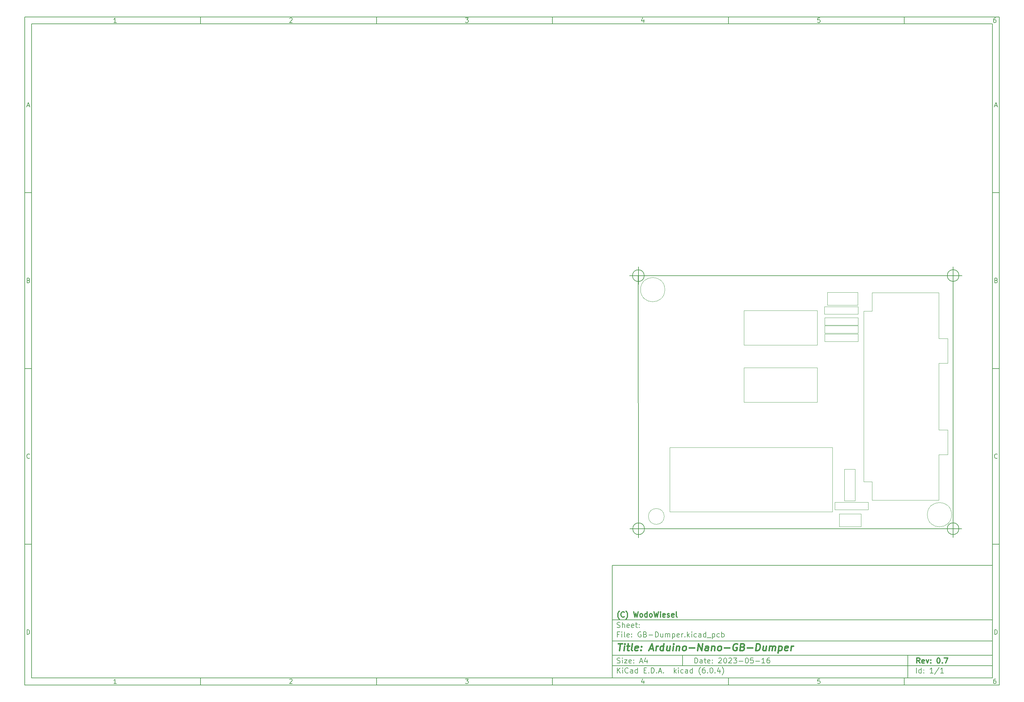
<source format=gbr>
%TF.GenerationSoftware,KiCad,Pcbnew,(6.0.4)*%
%TF.CreationDate,2023-10-13T20:42:48+02:00*%
%TF.ProjectId,GB-Dumper,47422d44-756d-4706-9572-2e6b69636164,0.7*%
%TF.SameCoordinates,Original*%
%TF.FileFunction,Other,User*%
%FSLAX46Y46*%
G04 Gerber Fmt 4.6, Leading zero omitted, Abs format (unit mm)*
G04 Created by KiCad (PCBNEW (6.0.4)) date 2023-10-13 20:42:48*
%MOMM*%
%LPD*%
G01*
G04 APERTURE LIST*
%ADD10C,0.100000*%
%ADD11C,0.150000*%
%ADD12C,0.300000*%
%ADD13C,0.400000*%
%TA.AperFunction,Profile*%
%ADD14C,0.150000*%
%TD*%
%ADD15C,0.050000*%
G04 APERTURE END LIST*
D10*
D11*
X177002200Y-166007200D02*
X177002200Y-198007200D01*
X285002200Y-198007200D01*
X285002200Y-166007200D01*
X177002200Y-166007200D01*
D10*
D11*
X10000000Y-10000000D02*
X10000000Y-200007200D01*
X287002200Y-200007200D01*
X287002200Y-10000000D01*
X10000000Y-10000000D01*
D10*
D11*
X12000000Y-12000000D02*
X12000000Y-198007200D01*
X285002200Y-198007200D01*
X285002200Y-12000000D01*
X12000000Y-12000000D01*
D10*
D11*
X60000000Y-12000000D02*
X60000000Y-10000000D01*
D10*
D11*
X110000000Y-12000000D02*
X110000000Y-10000000D01*
D10*
D11*
X160000000Y-12000000D02*
X160000000Y-10000000D01*
D10*
D11*
X210000000Y-12000000D02*
X210000000Y-10000000D01*
D10*
D11*
X260000000Y-12000000D02*
X260000000Y-10000000D01*
D10*
D11*
X36065476Y-11588095D02*
X35322619Y-11588095D01*
X35694047Y-11588095D02*
X35694047Y-10288095D01*
X35570238Y-10473809D01*
X35446428Y-10597619D01*
X35322619Y-10659523D01*
D10*
D11*
X85322619Y-10411904D02*
X85384523Y-10350000D01*
X85508333Y-10288095D01*
X85817857Y-10288095D01*
X85941666Y-10350000D01*
X86003571Y-10411904D01*
X86065476Y-10535714D01*
X86065476Y-10659523D01*
X86003571Y-10845238D01*
X85260714Y-11588095D01*
X86065476Y-11588095D01*
D10*
D11*
X135260714Y-10288095D02*
X136065476Y-10288095D01*
X135632142Y-10783333D01*
X135817857Y-10783333D01*
X135941666Y-10845238D01*
X136003571Y-10907142D01*
X136065476Y-11030952D01*
X136065476Y-11340476D01*
X136003571Y-11464285D01*
X135941666Y-11526190D01*
X135817857Y-11588095D01*
X135446428Y-11588095D01*
X135322619Y-11526190D01*
X135260714Y-11464285D01*
D10*
D11*
X185941666Y-10721428D02*
X185941666Y-11588095D01*
X185632142Y-10226190D02*
X185322619Y-11154761D01*
X186127380Y-11154761D01*
D10*
D11*
X236003571Y-10288095D02*
X235384523Y-10288095D01*
X235322619Y-10907142D01*
X235384523Y-10845238D01*
X235508333Y-10783333D01*
X235817857Y-10783333D01*
X235941666Y-10845238D01*
X236003571Y-10907142D01*
X236065476Y-11030952D01*
X236065476Y-11340476D01*
X236003571Y-11464285D01*
X235941666Y-11526190D01*
X235817857Y-11588095D01*
X235508333Y-11588095D01*
X235384523Y-11526190D01*
X235322619Y-11464285D01*
D10*
D11*
X285941666Y-10288095D02*
X285694047Y-10288095D01*
X285570238Y-10350000D01*
X285508333Y-10411904D01*
X285384523Y-10597619D01*
X285322619Y-10845238D01*
X285322619Y-11340476D01*
X285384523Y-11464285D01*
X285446428Y-11526190D01*
X285570238Y-11588095D01*
X285817857Y-11588095D01*
X285941666Y-11526190D01*
X286003571Y-11464285D01*
X286065476Y-11340476D01*
X286065476Y-11030952D01*
X286003571Y-10907142D01*
X285941666Y-10845238D01*
X285817857Y-10783333D01*
X285570238Y-10783333D01*
X285446428Y-10845238D01*
X285384523Y-10907142D01*
X285322619Y-11030952D01*
D10*
D11*
X60000000Y-198007200D02*
X60000000Y-200007200D01*
D10*
D11*
X110000000Y-198007200D02*
X110000000Y-200007200D01*
D10*
D11*
X160000000Y-198007200D02*
X160000000Y-200007200D01*
D10*
D11*
X210000000Y-198007200D02*
X210000000Y-200007200D01*
D10*
D11*
X260000000Y-198007200D02*
X260000000Y-200007200D01*
D10*
D11*
X36065476Y-199595295D02*
X35322619Y-199595295D01*
X35694047Y-199595295D02*
X35694047Y-198295295D01*
X35570238Y-198481009D01*
X35446428Y-198604819D01*
X35322619Y-198666723D01*
D10*
D11*
X85322619Y-198419104D02*
X85384523Y-198357200D01*
X85508333Y-198295295D01*
X85817857Y-198295295D01*
X85941666Y-198357200D01*
X86003571Y-198419104D01*
X86065476Y-198542914D01*
X86065476Y-198666723D01*
X86003571Y-198852438D01*
X85260714Y-199595295D01*
X86065476Y-199595295D01*
D10*
D11*
X135260714Y-198295295D02*
X136065476Y-198295295D01*
X135632142Y-198790533D01*
X135817857Y-198790533D01*
X135941666Y-198852438D01*
X136003571Y-198914342D01*
X136065476Y-199038152D01*
X136065476Y-199347676D01*
X136003571Y-199471485D01*
X135941666Y-199533390D01*
X135817857Y-199595295D01*
X135446428Y-199595295D01*
X135322619Y-199533390D01*
X135260714Y-199471485D01*
D10*
D11*
X185941666Y-198728628D02*
X185941666Y-199595295D01*
X185632142Y-198233390D02*
X185322619Y-199161961D01*
X186127380Y-199161961D01*
D10*
D11*
X236003571Y-198295295D02*
X235384523Y-198295295D01*
X235322619Y-198914342D01*
X235384523Y-198852438D01*
X235508333Y-198790533D01*
X235817857Y-198790533D01*
X235941666Y-198852438D01*
X236003571Y-198914342D01*
X236065476Y-199038152D01*
X236065476Y-199347676D01*
X236003571Y-199471485D01*
X235941666Y-199533390D01*
X235817857Y-199595295D01*
X235508333Y-199595295D01*
X235384523Y-199533390D01*
X235322619Y-199471485D01*
D10*
D11*
X285941666Y-198295295D02*
X285694047Y-198295295D01*
X285570238Y-198357200D01*
X285508333Y-198419104D01*
X285384523Y-198604819D01*
X285322619Y-198852438D01*
X285322619Y-199347676D01*
X285384523Y-199471485D01*
X285446428Y-199533390D01*
X285570238Y-199595295D01*
X285817857Y-199595295D01*
X285941666Y-199533390D01*
X286003571Y-199471485D01*
X286065476Y-199347676D01*
X286065476Y-199038152D01*
X286003571Y-198914342D01*
X285941666Y-198852438D01*
X285817857Y-198790533D01*
X285570238Y-198790533D01*
X285446428Y-198852438D01*
X285384523Y-198914342D01*
X285322619Y-199038152D01*
D10*
D11*
X10000000Y-60000000D02*
X12000000Y-60000000D01*
D10*
D11*
X10000000Y-110000000D02*
X12000000Y-110000000D01*
D10*
D11*
X10000000Y-160000000D02*
X12000000Y-160000000D01*
D10*
D11*
X10690476Y-35216666D02*
X11309523Y-35216666D01*
X10566666Y-35588095D02*
X11000000Y-34288095D01*
X11433333Y-35588095D01*
D10*
D11*
X11092857Y-84907142D02*
X11278571Y-84969047D01*
X11340476Y-85030952D01*
X11402380Y-85154761D01*
X11402380Y-85340476D01*
X11340476Y-85464285D01*
X11278571Y-85526190D01*
X11154761Y-85588095D01*
X10659523Y-85588095D01*
X10659523Y-84288095D01*
X11092857Y-84288095D01*
X11216666Y-84350000D01*
X11278571Y-84411904D01*
X11340476Y-84535714D01*
X11340476Y-84659523D01*
X11278571Y-84783333D01*
X11216666Y-84845238D01*
X11092857Y-84907142D01*
X10659523Y-84907142D01*
D10*
D11*
X11402380Y-135464285D02*
X11340476Y-135526190D01*
X11154761Y-135588095D01*
X11030952Y-135588095D01*
X10845238Y-135526190D01*
X10721428Y-135402380D01*
X10659523Y-135278571D01*
X10597619Y-135030952D01*
X10597619Y-134845238D01*
X10659523Y-134597619D01*
X10721428Y-134473809D01*
X10845238Y-134350000D01*
X11030952Y-134288095D01*
X11154761Y-134288095D01*
X11340476Y-134350000D01*
X11402380Y-134411904D01*
D10*
D11*
X10659523Y-185588095D02*
X10659523Y-184288095D01*
X10969047Y-184288095D01*
X11154761Y-184350000D01*
X11278571Y-184473809D01*
X11340476Y-184597619D01*
X11402380Y-184845238D01*
X11402380Y-185030952D01*
X11340476Y-185278571D01*
X11278571Y-185402380D01*
X11154761Y-185526190D01*
X10969047Y-185588095D01*
X10659523Y-185588095D01*
D10*
D11*
X287002200Y-60000000D02*
X285002200Y-60000000D01*
D10*
D11*
X287002200Y-110000000D02*
X285002200Y-110000000D01*
D10*
D11*
X287002200Y-160000000D02*
X285002200Y-160000000D01*
D10*
D11*
X285692676Y-35216666D02*
X286311723Y-35216666D01*
X285568866Y-35588095D02*
X286002200Y-34288095D01*
X286435533Y-35588095D01*
D10*
D11*
X286095057Y-84907142D02*
X286280771Y-84969047D01*
X286342676Y-85030952D01*
X286404580Y-85154761D01*
X286404580Y-85340476D01*
X286342676Y-85464285D01*
X286280771Y-85526190D01*
X286156961Y-85588095D01*
X285661723Y-85588095D01*
X285661723Y-84288095D01*
X286095057Y-84288095D01*
X286218866Y-84350000D01*
X286280771Y-84411904D01*
X286342676Y-84535714D01*
X286342676Y-84659523D01*
X286280771Y-84783333D01*
X286218866Y-84845238D01*
X286095057Y-84907142D01*
X285661723Y-84907142D01*
D10*
D11*
X286404580Y-135464285D02*
X286342676Y-135526190D01*
X286156961Y-135588095D01*
X286033152Y-135588095D01*
X285847438Y-135526190D01*
X285723628Y-135402380D01*
X285661723Y-135278571D01*
X285599819Y-135030952D01*
X285599819Y-134845238D01*
X285661723Y-134597619D01*
X285723628Y-134473809D01*
X285847438Y-134350000D01*
X286033152Y-134288095D01*
X286156961Y-134288095D01*
X286342676Y-134350000D01*
X286404580Y-134411904D01*
D10*
D11*
X285661723Y-185588095D02*
X285661723Y-184288095D01*
X285971247Y-184288095D01*
X286156961Y-184350000D01*
X286280771Y-184473809D01*
X286342676Y-184597619D01*
X286404580Y-184845238D01*
X286404580Y-185030952D01*
X286342676Y-185278571D01*
X286280771Y-185402380D01*
X286156961Y-185526190D01*
X285971247Y-185588095D01*
X285661723Y-185588095D01*
D10*
D11*
X200434342Y-193785771D02*
X200434342Y-192285771D01*
X200791485Y-192285771D01*
X201005771Y-192357200D01*
X201148628Y-192500057D01*
X201220057Y-192642914D01*
X201291485Y-192928628D01*
X201291485Y-193142914D01*
X201220057Y-193428628D01*
X201148628Y-193571485D01*
X201005771Y-193714342D01*
X200791485Y-193785771D01*
X200434342Y-193785771D01*
X202577200Y-193785771D02*
X202577200Y-193000057D01*
X202505771Y-192857200D01*
X202362914Y-192785771D01*
X202077200Y-192785771D01*
X201934342Y-192857200D01*
X202577200Y-193714342D02*
X202434342Y-193785771D01*
X202077200Y-193785771D01*
X201934342Y-193714342D01*
X201862914Y-193571485D01*
X201862914Y-193428628D01*
X201934342Y-193285771D01*
X202077200Y-193214342D01*
X202434342Y-193214342D01*
X202577200Y-193142914D01*
X203077200Y-192785771D02*
X203648628Y-192785771D01*
X203291485Y-192285771D02*
X203291485Y-193571485D01*
X203362914Y-193714342D01*
X203505771Y-193785771D01*
X203648628Y-193785771D01*
X204720057Y-193714342D02*
X204577200Y-193785771D01*
X204291485Y-193785771D01*
X204148628Y-193714342D01*
X204077200Y-193571485D01*
X204077200Y-193000057D01*
X204148628Y-192857200D01*
X204291485Y-192785771D01*
X204577200Y-192785771D01*
X204720057Y-192857200D01*
X204791485Y-193000057D01*
X204791485Y-193142914D01*
X204077200Y-193285771D01*
X205434342Y-193642914D02*
X205505771Y-193714342D01*
X205434342Y-193785771D01*
X205362914Y-193714342D01*
X205434342Y-193642914D01*
X205434342Y-193785771D01*
X205434342Y-192857200D02*
X205505771Y-192928628D01*
X205434342Y-193000057D01*
X205362914Y-192928628D01*
X205434342Y-192857200D01*
X205434342Y-193000057D01*
X207220057Y-192428628D02*
X207291485Y-192357200D01*
X207434342Y-192285771D01*
X207791485Y-192285771D01*
X207934342Y-192357200D01*
X208005771Y-192428628D01*
X208077200Y-192571485D01*
X208077200Y-192714342D01*
X208005771Y-192928628D01*
X207148628Y-193785771D01*
X208077200Y-193785771D01*
X209005771Y-192285771D02*
X209148628Y-192285771D01*
X209291485Y-192357200D01*
X209362914Y-192428628D01*
X209434342Y-192571485D01*
X209505771Y-192857200D01*
X209505771Y-193214342D01*
X209434342Y-193500057D01*
X209362914Y-193642914D01*
X209291485Y-193714342D01*
X209148628Y-193785771D01*
X209005771Y-193785771D01*
X208862914Y-193714342D01*
X208791485Y-193642914D01*
X208720057Y-193500057D01*
X208648628Y-193214342D01*
X208648628Y-192857200D01*
X208720057Y-192571485D01*
X208791485Y-192428628D01*
X208862914Y-192357200D01*
X209005771Y-192285771D01*
X210077200Y-192428628D02*
X210148628Y-192357200D01*
X210291485Y-192285771D01*
X210648628Y-192285771D01*
X210791485Y-192357200D01*
X210862914Y-192428628D01*
X210934342Y-192571485D01*
X210934342Y-192714342D01*
X210862914Y-192928628D01*
X210005771Y-193785771D01*
X210934342Y-193785771D01*
X211434342Y-192285771D02*
X212362914Y-192285771D01*
X211862914Y-192857200D01*
X212077200Y-192857200D01*
X212220057Y-192928628D01*
X212291485Y-193000057D01*
X212362914Y-193142914D01*
X212362914Y-193500057D01*
X212291485Y-193642914D01*
X212220057Y-193714342D01*
X212077200Y-193785771D01*
X211648628Y-193785771D01*
X211505771Y-193714342D01*
X211434342Y-193642914D01*
X213005771Y-193214342D02*
X214148628Y-193214342D01*
X215148628Y-192285771D02*
X215291485Y-192285771D01*
X215434342Y-192357200D01*
X215505771Y-192428628D01*
X215577200Y-192571485D01*
X215648628Y-192857200D01*
X215648628Y-193214342D01*
X215577200Y-193500057D01*
X215505771Y-193642914D01*
X215434342Y-193714342D01*
X215291485Y-193785771D01*
X215148628Y-193785771D01*
X215005771Y-193714342D01*
X214934342Y-193642914D01*
X214862914Y-193500057D01*
X214791485Y-193214342D01*
X214791485Y-192857200D01*
X214862914Y-192571485D01*
X214934342Y-192428628D01*
X215005771Y-192357200D01*
X215148628Y-192285771D01*
X217005771Y-192285771D02*
X216291485Y-192285771D01*
X216220057Y-193000057D01*
X216291485Y-192928628D01*
X216434342Y-192857200D01*
X216791485Y-192857200D01*
X216934342Y-192928628D01*
X217005771Y-193000057D01*
X217077200Y-193142914D01*
X217077200Y-193500057D01*
X217005771Y-193642914D01*
X216934342Y-193714342D01*
X216791485Y-193785771D01*
X216434342Y-193785771D01*
X216291485Y-193714342D01*
X216220057Y-193642914D01*
X217720057Y-193214342D02*
X218862914Y-193214342D01*
X220362914Y-193785771D02*
X219505771Y-193785771D01*
X219934342Y-193785771D02*
X219934342Y-192285771D01*
X219791485Y-192500057D01*
X219648628Y-192642914D01*
X219505771Y-192714342D01*
X221648628Y-192285771D02*
X221362914Y-192285771D01*
X221220057Y-192357200D01*
X221148628Y-192428628D01*
X221005771Y-192642914D01*
X220934342Y-192928628D01*
X220934342Y-193500057D01*
X221005771Y-193642914D01*
X221077200Y-193714342D01*
X221220057Y-193785771D01*
X221505771Y-193785771D01*
X221648628Y-193714342D01*
X221720057Y-193642914D01*
X221791485Y-193500057D01*
X221791485Y-193142914D01*
X221720057Y-193000057D01*
X221648628Y-192928628D01*
X221505771Y-192857200D01*
X221220057Y-192857200D01*
X221077200Y-192928628D01*
X221005771Y-193000057D01*
X220934342Y-193142914D01*
D10*
D11*
X177002200Y-194507200D02*
X285002200Y-194507200D01*
D10*
D11*
X178434342Y-196585771D02*
X178434342Y-195085771D01*
X179291485Y-196585771D02*
X178648628Y-195728628D01*
X179291485Y-195085771D02*
X178434342Y-195942914D01*
X179934342Y-196585771D02*
X179934342Y-195585771D01*
X179934342Y-195085771D02*
X179862914Y-195157200D01*
X179934342Y-195228628D01*
X180005771Y-195157200D01*
X179934342Y-195085771D01*
X179934342Y-195228628D01*
X181505771Y-196442914D02*
X181434342Y-196514342D01*
X181220057Y-196585771D01*
X181077200Y-196585771D01*
X180862914Y-196514342D01*
X180720057Y-196371485D01*
X180648628Y-196228628D01*
X180577200Y-195942914D01*
X180577200Y-195728628D01*
X180648628Y-195442914D01*
X180720057Y-195300057D01*
X180862914Y-195157200D01*
X181077200Y-195085771D01*
X181220057Y-195085771D01*
X181434342Y-195157200D01*
X181505771Y-195228628D01*
X182791485Y-196585771D02*
X182791485Y-195800057D01*
X182720057Y-195657200D01*
X182577200Y-195585771D01*
X182291485Y-195585771D01*
X182148628Y-195657200D01*
X182791485Y-196514342D02*
X182648628Y-196585771D01*
X182291485Y-196585771D01*
X182148628Y-196514342D01*
X182077200Y-196371485D01*
X182077200Y-196228628D01*
X182148628Y-196085771D01*
X182291485Y-196014342D01*
X182648628Y-196014342D01*
X182791485Y-195942914D01*
X184148628Y-196585771D02*
X184148628Y-195085771D01*
X184148628Y-196514342D02*
X184005771Y-196585771D01*
X183720057Y-196585771D01*
X183577200Y-196514342D01*
X183505771Y-196442914D01*
X183434342Y-196300057D01*
X183434342Y-195871485D01*
X183505771Y-195728628D01*
X183577200Y-195657200D01*
X183720057Y-195585771D01*
X184005771Y-195585771D01*
X184148628Y-195657200D01*
X186005771Y-195800057D02*
X186505771Y-195800057D01*
X186720057Y-196585771D02*
X186005771Y-196585771D01*
X186005771Y-195085771D01*
X186720057Y-195085771D01*
X187362914Y-196442914D02*
X187434342Y-196514342D01*
X187362914Y-196585771D01*
X187291485Y-196514342D01*
X187362914Y-196442914D01*
X187362914Y-196585771D01*
X188077200Y-196585771D02*
X188077200Y-195085771D01*
X188434342Y-195085771D01*
X188648628Y-195157200D01*
X188791485Y-195300057D01*
X188862914Y-195442914D01*
X188934342Y-195728628D01*
X188934342Y-195942914D01*
X188862914Y-196228628D01*
X188791485Y-196371485D01*
X188648628Y-196514342D01*
X188434342Y-196585771D01*
X188077200Y-196585771D01*
X189577200Y-196442914D02*
X189648628Y-196514342D01*
X189577200Y-196585771D01*
X189505771Y-196514342D01*
X189577200Y-196442914D01*
X189577200Y-196585771D01*
X190220057Y-196157200D02*
X190934342Y-196157200D01*
X190077200Y-196585771D02*
X190577200Y-195085771D01*
X191077200Y-196585771D01*
X191577200Y-196442914D02*
X191648628Y-196514342D01*
X191577200Y-196585771D01*
X191505771Y-196514342D01*
X191577200Y-196442914D01*
X191577200Y-196585771D01*
X194577200Y-196585771D02*
X194577200Y-195085771D01*
X194720057Y-196014342D02*
X195148628Y-196585771D01*
X195148628Y-195585771D02*
X194577200Y-196157200D01*
X195791485Y-196585771D02*
X195791485Y-195585771D01*
X195791485Y-195085771D02*
X195720057Y-195157200D01*
X195791485Y-195228628D01*
X195862914Y-195157200D01*
X195791485Y-195085771D01*
X195791485Y-195228628D01*
X197148628Y-196514342D02*
X197005771Y-196585771D01*
X196720057Y-196585771D01*
X196577200Y-196514342D01*
X196505771Y-196442914D01*
X196434342Y-196300057D01*
X196434342Y-195871485D01*
X196505771Y-195728628D01*
X196577200Y-195657200D01*
X196720057Y-195585771D01*
X197005771Y-195585771D01*
X197148628Y-195657200D01*
X198434342Y-196585771D02*
X198434342Y-195800057D01*
X198362914Y-195657200D01*
X198220057Y-195585771D01*
X197934342Y-195585771D01*
X197791485Y-195657200D01*
X198434342Y-196514342D02*
X198291485Y-196585771D01*
X197934342Y-196585771D01*
X197791485Y-196514342D01*
X197720057Y-196371485D01*
X197720057Y-196228628D01*
X197791485Y-196085771D01*
X197934342Y-196014342D01*
X198291485Y-196014342D01*
X198434342Y-195942914D01*
X199791485Y-196585771D02*
X199791485Y-195085771D01*
X199791485Y-196514342D02*
X199648628Y-196585771D01*
X199362914Y-196585771D01*
X199220057Y-196514342D01*
X199148628Y-196442914D01*
X199077200Y-196300057D01*
X199077200Y-195871485D01*
X199148628Y-195728628D01*
X199220057Y-195657200D01*
X199362914Y-195585771D01*
X199648628Y-195585771D01*
X199791485Y-195657200D01*
X202077200Y-197157200D02*
X202005771Y-197085771D01*
X201862914Y-196871485D01*
X201791485Y-196728628D01*
X201720057Y-196514342D01*
X201648628Y-196157200D01*
X201648628Y-195871485D01*
X201720057Y-195514342D01*
X201791485Y-195300057D01*
X201862914Y-195157200D01*
X202005771Y-194942914D01*
X202077200Y-194871485D01*
X203291485Y-195085771D02*
X203005771Y-195085771D01*
X202862914Y-195157200D01*
X202791485Y-195228628D01*
X202648628Y-195442914D01*
X202577200Y-195728628D01*
X202577200Y-196300057D01*
X202648628Y-196442914D01*
X202720057Y-196514342D01*
X202862914Y-196585771D01*
X203148628Y-196585771D01*
X203291485Y-196514342D01*
X203362914Y-196442914D01*
X203434342Y-196300057D01*
X203434342Y-195942914D01*
X203362914Y-195800057D01*
X203291485Y-195728628D01*
X203148628Y-195657200D01*
X202862914Y-195657200D01*
X202720057Y-195728628D01*
X202648628Y-195800057D01*
X202577200Y-195942914D01*
X204077200Y-196442914D02*
X204148628Y-196514342D01*
X204077200Y-196585771D01*
X204005771Y-196514342D01*
X204077200Y-196442914D01*
X204077200Y-196585771D01*
X205077200Y-195085771D02*
X205220057Y-195085771D01*
X205362914Y-195157200D01*
X205434342Y-195228628D01*
X205505771Y-195371485D01*
X205577200Y-195657200D01*
X205577200Y-196014342D01*
X205505771Y-196300057D01*
X205434342Y-196442914D01*
X205362914Y-196514342D01*
X205220057Y-196585771D01*
X205077200Y-196585771D01*
X204934342Y-196514342D01*
X204862914Y-196442914D01*
X204791485Y-196300057D01*
X204720057Y-196014342D01*
X204720057Y-195657200D01*
X204791485Y-195371485D01*
X204862914Y-195228628D01*
X204934342Y-195157200D01*
X205077200Y-195085771D01*
X206220057Y-196442914D02*
X206291485Y-196514342D01*
X206220057Y-196585771D01*
X206148628Y-196514342D01*
X206220057Y-196442914D01*
X206220057Y-196585771D01*
X207577200Y-195585771D02*
X207577200Y-196585771D01*
X207220057Y-195014342D02*
X206862914Y-196085771D01*
X207791485Y-196085771D01*
X208220057Y-197157200D02*
X208291485Y-197085771D01*
X208434342Y-196871485D01*
X208505771Y-196728628D01*
X208577200Y-196514342D01*
X208648628Y-196157200D01*
X208648628Y-195871485D01*
X208577200Y-195514342D01*
X208505771Y-195300057D01*
X208434342Y-195157200D01*
X208291485Y-194942914D01*
X208220057Y-194871485D01*
D10*
D11*
X177002200Y-191507200D02*
X285002200Y-191507200D01*
D10*
D12*
X264411485Y-193785771D02*
X263911485Y-193071485D01*
X263554342Y-193785771D02*
X263554342Y-192285771D01*
X264125771Y-192285771D01*
X264268628Y-192357200D01*
X264340057Y-192428628D01*
X264411485Y-192571485D01*
X264411485Y-192785771D01*
X264340057Y-192928628D01*
X264268628Y-193000057D01*
X264125771Y-193071485D01*
X263554342Y-193071485D01*
X265625771Y-193714342D02*
X265482914Y-193785771D01*
X265197200Y-193785771D01*
X265054342Y-193714342D01*
X264982914Y-193571485D01*
X264982914Y-193000057D01*
X265054342Y-192857200D01*
X265197200Y-192785771D01*
X265482914Y-192785771D01*
X265625771Y-192857200D01*
X265697200Y-193000057D01*
X265697200Y-193142914D01*
X264982914Y-193285771D01*
X266197200Y-192785771D02*
X266554342Y-193785771D01*
X266911485Y-192785771D01*
X267482914Y-193642914D02*
X267554342Y-193714342D01*
X267482914Y-193785771D01*
X267411485Y-193714342D01*
X267482914Y-193642914D01*
X267482914Y-193785771D01*
X267482914Y-192857200D02*
X267554342Y-192928628D01*
X267482914Y-193000057D01*
X267411485Y-192928628D01*
X267482914Y-192857200D01*
X267482914Y-193000057D01*
X269625771Y-192285771D02*
X269768628Y-192285771D01*
X269911485Y-192357200D01*
X269982914Y-192428628D01*
X270054342Y-192571485D01*
X270125771Y-192857200D01*
X270125771Y-193214342D01*
X270054342Y-193500057D01*
X269982914Y-193642914D01*
X269911485Y-193714342D01*
X269768628Y-193785771D01*
X269625771Y-193785771D01*
X269482914Y-193714342D01*
X269411485Y-193642914D01*
X269340057Y-193500057D01*
X269268628Y-193214342D01*
X269268628Y-192857200D01*
X269340057Y-192571485D01*
X269411485Y-192428628D01*
X269482914Y-192357200D01*
X269625771Y-192285771D01*
X270768628Y-193642914D02*
X270840057Y-193714342D01*
X270768628Y-193785771D01*
X270697200Y-193714342D01*
X270768628Y-193642914D01*
X270768628Y-193785771D01*
X271340057Y-192285771D02*
X272340057Y-192285771D01*
X271697200Y-193785771D01*
D10*
D11*
X178362914Y-193714342D02*
X178577200Y-193785771D01*
X178934342Y-193785771D01*
X179077200Y-193714342D01*
X179148628Y-193642914D01*
X179220057Y-193500057D01*
X179220057Y-193357200D01*
X179148628Y-193214342D01*
X179077200Y-193142914D01*
X178934342Y-193071485D01*
X178648628Y-193000057D01*
X178505771Y-192928628D01*
X178434342Y-192857200D01*
X178362914Y-192714342D01*
X178362914Y-192571485D01*
X178434342Y-192428628D01*
X178505771Y-192357200D01*
X178648628Y-192285771D01*
X179005771Y-192285771D01*
X179220057Y-192357200D01*
X179862914Y-193785771D02*
X179862914Y-192785771D01*
X179862914Y-192285771D02*
X179791485Y-192357200D01*
X179862914Y-192428628D01*
X179934342Y-192357200D01*
X179862914Y-192285771D01*
X179862914Y-192428628D01*
X180434342Y-192785771D02*
X181220057Y-192785771D01*
X180434342Y-193785771D01*
X181220057Y-193785771D01*
X182362914Y-193714342D02*
X182220057Y-193785771D01*
X181934342Y-193785771D01*
X181791485Y-193714342D01*
X181720057Y-193571485D01*
X181720057Y-193000057D01*
X181791485Y-192857200D01*
X181934342Y-192785771D01*
X182220057Y-192785771D01*
X182362914Y-192857200D01*
X182434342Y-193000057D01*
X182434342Y-193142914D01*
X181720057Y-193285771D01*
X183077200Y-193642914D02*
X183148628Y-193714342D01*
X183077200Y-193785771D01*
X183005771Y-193714342D01*
X183077200Y-193642914D01*
X183077200Y-193785771D01*
X183077200Y-192857200D02*
X183148628Y-192928628D01*
X183077200Y-193000057D01*
X183005771Y-192928628D01*
X183077200Y-192857200D01*
X183077200Y-193000057D01*
X184862914Y-193357200D02*
X185577200Y-193357200D01*
X184720057Y-193785771D02*
X185220057Y-192285771D01*
X185720057Y-193785771D01*
X186862914Y-192785771D02*
X186862914Y-193785771D01*
X186505771Y-192214342D02*
X186148628Y-193285771D01*
X187077200Y-193285771D01*
D10*
D11*
X263434342Y-196585771D02*
X263434342Y-195085771D01*
X264791485Y-196585771D02*
X264791485Y-195085771D01*
X264791485Y-196514342D02*
X264648628Y-196585771D01*
X264362914Y-196585771D01*
X264220057Y-196514342D01*
X264148628Y-196442914D01*
X264077200Y-196300057D01*
X264077200Y-195871485D01*
X264148628Y-195728628D01*
X264220057Y-195657200D01*
X264362914Y-195585771D01*
X264648628Y-195585771D01*
X264791485Y-195657200D01*
X265505771Y-196442914D02*
X265577200Y-196514342D01*
X265505771Y-196585771D01*
X265434342Y-196514342D01*
X265505771Y-196442914D01*
X265505771Y-196585771D01*
X265505771Y-195657200D02*
X265577200Y-195728628D01*
X265505771Y-195800057D01*
X265434342Y-195728628D01*
X265505771Y-195657200D01*
X265505771Y-195800057D01*
X268148628Y-196585771D02*
X267291485Y-196585771D01*
X267720057Y-196585771D02*
X267720057Y-195085771D01*
X267577200Y-195300057D01*
X267434342Y-195442914D01*
X267291485Y-195514342D01*
X269862914Y-195014342D02*
X268577200Y-196942914D01*
X271148628Y-196585771D02*
X270291485Y-196585771D01*
X270720057Y-196585771D02*
X270720057Y-195085771D01*
X270577200Y-195300057D01*
X270434342Y-195442914D01*
X270291485Y-195514342D01*
D10*
D11*
X177002200Y-187507200D02*
X285002200Y-187507200D01*
D10*
D13*
X178714580Y-188211961D02*
X179857438Y-188211961D01*
X179036009Y-190211961D02*
X179286009Y-188211961D01*
X180274104Y-190211961D02*
X180440771Y-188878628D01*
X180524104Y-188211961D02*
X180416961Y-188307200D01*
X180500295Y-188402438D01*
X180607438Y-188307200D01*
X180524104Y-188211961D01*
X180500295Y-188402438D01*
X181107438Y-188878628D02*
X181869342Y-188878628D01*
X181476485Y-188211961D02*
X181262200Y-189926247D01*
X181333628Y-190116723D01*
X181512200Y-190211961D01*
X181702676Y-190211961D01*
X182655057Y-190211961D02*
X182476485Y-190116723D01*
X182405057Y-189926247D01*
X182619342Y-188211961D01*
X184190771Y-190116723D02*
X183988390Y-190211961D01*
X183607438Y-190211961D01*
X183428866Y-190116723D01*
X183357438Y-189926247D01*
X183452676Y-189164342D01*
X183571723Y-188973866D01*
X183774104Y-188878628D01*
X184155057Y-188878628D01*
X184333628Y-188973866D01*
X184405057Y-189164342D01*
X184381247Y-189354819D01*
X183405057Y-189545295D01*
X185155057Y-190021485D02*
X185238390Y-190116723D01*
X185131247Y-190211961D01*
X185047914Y-190116723D01*
X185155057Y-190021485D01*
X185131247Y-190211961D01*
X185286009Y-188973866D02*
X185369342Y-189069104D01*
X185262200Y-189164342D01*
X185178866Y-189069104D01*
X185286009Y-188973866D01*
X185262200Y-189164342D01*
X187583628Y-189640533D02*
X188536009Y-189640533D01*
X187321723Y-190211961D02*
X188238390Y-188211961D01*
X188655057Y-190211961D01*
X189321723Y-190211961D02*
X189488390Y-188878628D01*
X189440771Y-189259580D02*
X189559819Y-189069104D01*
X189666961Y-188973866D01*
X189869342Y-188878628D01*
X190059819Y-188878628D01*
X191416961Y-190211961D02*
X191666961Y-188211961D01*
X191428866Y-190116723D02*
X191226485Y-190211961D01*
X190845533Y-190211961D01*
X190666961Y-190116723D01*
X190583628Y-190021485D01*
X190512200Y-189831009D01*
X190583628Y-189259580D01*
X190702676Y-189069104D01*
X190809819Y-188973866D01*
X191012200Y-188878628D01*
X191393152Y-188878628D01*
X191571723Y-188973866D01*
X193393152Y-188878628D02*
X193226485Y-190211961D01*
X192536009Y-188878628D02*
X192405057Y-189926247D01*
X192476485Y-190116723D01*
X192655057Y-190211961D01*
X192940771Y-190211961D01*
X193143152Y-190116723D01*
X193250295Y-190021485D01*
X194178866Y-190211961D02*
X194345533Y-188878628D01*
X194428866Y-188211961D02*
X194321723Y-188307200D01*
X194405057Y-188402438D01*
X194512200Y-188307200D01*
X194428866Y-188211961D01*
X194405057Y-188402438D01*
X195297914Y-188878628D02*
X195131247Y-190211961D01*
X195274104Y-189069104D02*
X195381247Y-188973866D01*
X195583628Y-188878628D01*
X195869342Y-188878628D01*
X196047914Y-188973866D01*
X196119342Y-189164342D01*
X195988390Y-190211961D01*
X197226485Y-190211961D02*
X197047914Y-190116723D01*
X196964580Y-190021485D01*
X196893152Y-189831009D01*
X196964580Y-189259580D01*
X197083628Y-189069104D01*
X197190771Y-188973866D01*
X197393152Y-188878628D01*
X197678866Y-188878628D01*
X197857438Y-188973866D01*
X197940771Y-189069104D01*
X198012200Y-189259580D01*
X197940771Y-189831009D01*
X197821723Y-190021485D01*
X197714580Y-190116723D01*
X197512200Y-190211961D01*
X197226485Y-190211961D01*
X198845533Y-189450057D02*
X200369342Y-189450057D01*
X201226485Y-190211961D02*
X201476485Y-188211961D01*
X202369342Y-190211961D01*
X202619342Y-188211961D01*
X204178866Y-190211961D02*
X204309819Y-189164342D01*
X204238390Y-188973866D01*
X204059819Y-188878628D01*
X203678866Y-188878628D01*
X203476485Y-188973866D01*
X204190771Y-190116723D02*
X203988390Y-190211961D01*
X203512200Y-190211961D01*
X203333628Y-190116723D01*
X203262200Y-189926247D01*
X203286009Y-189735771D01*
X203405057Y-189545295D01*
X203607438Y-189450057D01*
X204083628Y-189450057D01*
X204286009Y-189354819D01*
X205297914Y-188878628D02*
X205131247Y-190211961D01*
X205274104Y-189069104D02*
X205381247Y-188973866D01*
X205583628Y-188878628D01*
X205869342Y-188878628D01*
X206047914Y-188973866D01*
X206119342Y-189164342D01*
X205988390Y-190211961D01*
X207226485Y-190211961D02*
X207047914Y-190116723D01*
X206964580Y-190021485D01*
X206893152Y-189831009D01*
X206964580Y-189259580D01*
X207083628Y-189069104D01*
X207190771Y-188973866D01*
X207393152Y-188878628D01*
X207678866Y-188878628D01*
X207857438Y-188973866D01*
X207940771Y-189069104D01*
X208012200Y-189259580D01*
X207940771Y-189831009D01*
X207821723Y-190021485D01*
X207714580Y-190116723D01*
X207512200Y-190211961D01*
X207226485Y-190211961D01*
X208845533Y-189450057D02*
X210369342Y-189450057D01*
X212512200Y-188307200D02*
X212333628Y-188211961D01*
X212047914Y-188211961D01*
X211750295Y-188307200D01*
X211536009Y-188497676D01*
X211416961Y-188688152D01*
X211274104Y-189069104D01*
X211238390Y-189354819D01*
X211286009Y-189735771D01*
X211357438Y-189926247D01*
X211524104Y-190116723D01*
X211797914Y-190211961D01*
X211988390Y-190211961D01*
X212286009Y-190116723D01*
X212393152Y-190021485D01*
X212476485Y-189354819D01*
X212095533Y-189354819D01*
X214024104Y-189164342D02*
X214297914Y-189259580D01*
X214381247Y-189354819D01*
X214452676Y-189545295D01*
X214416961Y-189831009D01*
X214297914Y-190021485D01*
X214190771Y-190116723D01*
X213988390Y-190211961D01*
X213226485Y-190211961D01*
X213476485Y-188211961D01*
X214143152Y-188211961D01*
X214321723Y-188307200D01*
X214405057Y-188402438D01*
X214476485Y-188592914D01*
X214452676Y-188783390D01*
X214333628Y-188973866D01*
X214226485Y-189069104D01*
X214024104Y-189164342D01*
X213357438Y-189164342D01*
X215321723Y-189450057D02*
X216845533Y-189450057D01*
X217702676Y-190211961D02*
X217952676Y-188211961D01*
X218428866Y-188211961D01*
X218702676Y-188307200D01*
X218869342Y-188497676D01*
X218940771Y-188688152D01*
X218988390Y-189069104D01*
X218952676Y-189354819D01*
X218809819Y-189735771D01*
X218690771Y-189926247D01*
X218476485Y-190116723D01*
X218178866Y-190211961D01*
X217702676Y-190211961D01*
X220726485Y-188878628D02*
X220559819Y-190211961D01*
X219869342Y-188878628D02*
X219738390Y-189926247D01*
X219809819Y-190116723D01*
X219988390Y-190211961D01*
X220274104Y-190211961D01*
X220476485Y-190116723D01*
X220583628Y-190021485D01*
X221512200Y-190211961D02*
X221678866Y-188878628D01*
X221655057Y-189069104D02*
X221762200Y-188973866D01*
X221964580Y-188878628D01*
X222250295Y-188878628D01*
X222428866Y-188973866D01*
X222500295Y-189164342D01*
X222369342Y-190211961D01*
X222500295Y-189164342D02*
X222619342Y-188973866D01*
X222821723Y-188878628D01*
X223107438Y-188878628D01*
X223286009Y-188973866D01*
X223357438Y-189164342D01*
X223226485Y-190211961D01*
X224345533Y-188878628D02*
X224095533Y-190878628D01*
X224333628Y-188973866D02*
X224536009Y-188878628D01*
X224916961Y-188878628D01*
X225095533Y-188973866D01*
X225178866Y-189069104D01*
X225250295Y-189259580D01*
X225178866Y-189831009D01*
X225059819Y-190021485D01*
X224952676Y-190116723D01*
X224750295Y-190211961D01*
X224369342Y-190211961D01*
X224190771Y-190116723D01*
X226762200Y-190116723D02*
X226559819Y-190211961D01*
X226178866Y-190211961D01*
X226000295Y-190116723D01*
X225928866Y-189926247D01*
X226024104Y-189164342D01*
X226143152Y-188973866D01*
X226345533Y-188878628D01*
X226726485Y-188878628D01*
X226905057Y-188973866D01*
X226976485Y-189164342D01*
X226952676Y-189354819D01*
X225976485Y-189545295D01*
X227702676Y-190211961D02*
X227869342Y-188878628D01*
X227821723Y-189259580D02*
X227940771Y-189069104D01*
X228047914Y-188973866D01*
X228250295Y-188878628D01*
X228440771Y-188878628D01*
D10*
D11*
X178934342Y-185600057D02*
X178434342Y-185600057D01*
X178434342Y-186385771D02*
X178434342Y-184885771D01*
X179148628Y-184885771D01*
X179720057Y-186385771D02*
X179720057Y-185385771D01*
X179720057Y-184885771D02*
X179648628Y-184957200D01*
X179720057Y-185028628D01*
X179791485Y-184957200D01*
X179720057Y-184885771D01*
X179720057Y-185028628D01*
X180648628Y-186385771D02*
X180505771Y-186314342D01*
X180434342Y-186171485D01*
X180434342Y-184885771D01*
X181791485Y-186314342D02*
X181648628Y-186385771D01*
X181362914Y-186385771D01*
X181220057Y-186314342D01*
X181148628Y-186171485D01*
X181148628Y-185600057D01*
X181220057Y-185457200D01*
X181362914Y-185385771D01*
X181648628Y-185385771D01*
X181791485Y-185457200D01*
X181862914Y-185600057D01*
X181862914Y-185742914D01*
X181148628Y-185885771D01*
X182505771Y-186242914D02*
X182577200Y-186314342D01*
X182505771Y-186385771D01*
X182434342Y-186314342D01*
X182505771Y-186242914D01*
X182505771Y-186385771D01*
X182505771Y-185457200D02*
X182577200Y-185528628D01*
X182505771Y-185600057D01*
X182434342Y-185528628D01*
X182505771Y-185457200D01*
X182505771Y-185600057D01*
X185148628Y-184957200D02*
X185005771Y-184885771D01*
X184791485Y-184885771D01*
X184577200Y-184957200D01*
X184434342Y-185100057D01*
X184362914Y-185242914D01*
X184291485Y-185528628D01*
X184291485Y-185742914D01*
X184362914Y-186028628D01*
X184434342Y-186171485D01*
X184577200Y-186314342D01*
X184791485Y-186385771D01*
X184934342Y-186385771D01*
X185148628Y-186314342D01*
X185220057Y-186242914D01*
X185220057Y-185742914D01*
X184934342Y-185742914D01*
X186362914Y-185600057D02*
X186577200Y-185671485D01*
X186648628Y-185742914D01*
X186720057Y-185885771D01*
X186720057Y-186100057D01*
X186648628Y-186242914D01*
X186577200Y-186314342D01*
X186434342Y-186385771D01*
X185862914Y-186385771D01*
X185862914Y-184885771D01*
X186362914Y-184885771D01*
X186505771Y-184957200D01*
X186577200Y-185028628D01*
X186648628Y-185171485D01*
X186648628Y-185314342D01*
X186577200Y-185457200D01*
X186505771Y-185528628D01*
X186362914Y-185600057D01*
X185862914Y-185600057D01*
X187362914Y-185814342D02*
X188505771Y-185814342D01*
X189220057Y-186385771D02*
X189220057Y-184885771D01*
X189577200Y-184885771D01*
X189791485Y-184957200D01*
X189934342Y-185100057D01*
X190005771Y-185242914D01*
X190077200Y-185528628D01*
X190077200Y-185742914D01*
X190005771Y-186028628D01*
X189934342Y-186171485D01*
X189791485Y-186314342D01*
X189577200Y-186385771D01*
X189220057Y-186385771D01*
X191362914Y-185385771D02*
X191362914Y-186385771D01*
X190720057Y-185385771D02*
X190720057Y-186171485D01*
X190791485Y-186314342D01*
X190934342Y-186385771D01*
X191148628Y-186385771D01*
X191291485Y-186314342D01*
X191362914Y-186242914D01*
X192077200Y-186385771D02*
X192077200Y-185385771D01*
X192077200Y-185528628D02*
X192148628Y-185457200D01*
X192291485Y-185385771D01*
X192505771Y-185385771D01*
X192648628Y-185457200D01*
X192720057Y-185600057D01*
X192720057Y-186385771D01*
X192720057Y-185600057D02*
X192791485Y-185457200D01*
X192934342Y-185385771D01*
X193148628Y-185385771D01*
X193291485Y-185457200D01*
X193362914Y-185600057D01*
X193362914Y-186385771D01*
X194077200Y-185385771D02*
X194077200Y-186885771D01*
X194077200Y-185457200D02*
X194220057Y-185385771D01*
X194505771Y-185385771D01*
X194648628Y-185457200D01*
X194720057Y-185528628D01*
X194791485Y-185671485D01*
X194791485Y-186100057D01*
X194720057Y-186242914D01*
X194648628Y-186314342D01*
X194505771Y-186385771D01*
X194220057Y-186385771D01*
X194077200Y-186314342D01*
X196005771Y-186314342D02*
X195862914Y-186385771D01*
X195577200Y-186385771D01*
X195434342Y-186314342D01*
X195362914Y-186171485D01*
X195362914Y-185600057D01*
X195434342Y-185457200D01*
X195577200Y-185385771D01*
X195862914Y-185385771D01*
X196005771Y-185457200D01*
X196077200Y-185600057D01*
X196077200Y-185742914D01*
X195362914Y-185885771D01*
X196720057Y-186385771D02*
X196720057Y-185385771D01*
X196720057Y-185671485D02*
X196791485Y-185528628D01*
X196862914Y-185457200D01*
X197005771Y-185385771D01*
X197148628Y-185385771D01*
X197648628Y-186242914D02*
X197720057Y-186314342D01*
X197648628Y-186385771D01*
X197577200Y-186314342D01*
X197648628Y-186242914D01*
X197648628Y-186385771D01*
X198362914Y-186385771D02*
X198362914Y-184885771D01*
X198505771Y-185814342D02*
X198934342Y-186385771D01*
X198934342Y-185385771D02*
X198362914Y-185957200D01*
X199577200Y-186385771D02*
X199577200Y-185385771D01*
X199577200Y-184885771D02*
X199505771Y-184957200D01*
X199577200Y-185028628D01*
X199648628Y-184957200D01*
X199577200Y-184885771D01*
X199577200Y-185028628D01*
X200934342Y-186314342D02*
X200791485Y-186385771D01*
X200505771Y-186385771D01*
X200362914Y-186314342D01*
X200291485Y-186242914D01*
X200220057Y-186100057D01*
X200220057Y-185671485D01*
X200291485Y-185528628D01*
X200362914Y-185457200D01*
X200505771Y-185385771D01*
X200791485Y-185385771D01*
X200934342Y-185457200D01*
X202220057Y-186385771D02*
X202220057Y-185600057D01*
X202148628Y-185457200D01*
X202005771Y-185385771D01*
X201720057Y-185385771D01*
X201577200Y-185457200D01*
X202220057Y-186314342D02*
X202077200Y-186385771D01*
X201720057Y-186385771D01*
X201577200Y-186314342D01*
X201505771Y-186171485D01*
X201505771Y-186028628D01*
X201577200Y-185885771D01*
X201720057Y-185814342D01*
X202077200Y-185814342D01*
X202220057Y-185742914D01*
X203577200Y-186385771D02*
X203577200Y-184885771D01*
X203577200Y-186314342D02*
X203434342Y-186385771D01*
X203148628Y-186385771D01*
X203005771Y-186314342D01*
X202934342Y-186242914D01*
X202862914Y-186100057D01*
X202862914Y-185671485D01*
X202934342Y-185528628D01*
X203005771Y-185457200D01*
X203148628Y-185385771D01*
X203434342Y-185385771D01*
X203577200Y-185457200D01*
X203934342Y-186528628D02*
X205077200Y-186528628D01*
X205434342Y-185385771D02*
X205434342Y-186885771D01*
X205434342Y-185457200D02*
X205577200Y-185385771D01*
X205862914Y-185385771D01*
X206005771Y-185457200D01*
X206077200Y-185528628D01*
X206148628Y-185671485D01*
X206148628Y-186100057D01*
X206077200Y-186242914D01*
X206005771Y-186314342D01*
X205862914Y-186385771D01*
X205577200Y-186385771D01*
X205434342Y-186314342D01*
X207434342Y-186314342D02*
X207291485Y-186385771D01*
X207005771Y-186385771D01*
X206862914Y-186314342D01*
X206791485Y-186242914D01*
X206720057Y-186100057D01*
X206720057Y-185671485D01*
X206791485Y-185528628D01*
X206862914Y-185457200D01*
X207005771Y-185385771D01*
X207291485Y-185385771D01*
X207434342Y-185457200D01*
X208077200Y-186385771D02*
X208077200Y-184885771D01*
X208077200Y-185457200D02*
X208220057Y-185385771D01*
X208505771Y-185385771D01*
X208648628Y-185457200D01*
X208720057Y-185528628D01*
X208791485Y-185671485D01*
X208791485Y-186100057D01*
X208720057Y-186242914D01*
X208648628Y-186314342D01*
X208505771Y-186385771D01*
X208220057Y-186385771D01*
X208077200Y-186314342D01*
D10*
D11*
X177002200Y-181507200D02*
X285002200Y-181507200D01*
D10*
D11*
X178362914Y-183614342D02*
X178577200Y-183685771D01*
X178934342Y-183685771D01*
X179077200Y-183614342D01*
X179148628Y-183542914D01*
X179220057Y-183400057D01*
X179220057Y-183257200D01*
X179148628Y-183114342D01*
X179077200Y-183042914D01*
X178934342Y-182971485D01*
X178648628Y-182900057D01*
X178505771Y-182828628D01*
X178434342Y-182757200D01*
X178362914Y-182614342D01*
X178362914Y-182471485D01*
X178434342Y-182328628D01*
X178505771Y-182257200D01*
X178648628Y-182185771D01*
X179005771Y-182185771D01*
X179220057Y-182257200D01*
X179862914Y-183685771D02*
X179862914Y-182185771D01*
X180505771Y-183685771D02*
X180505771Y-182900057D01*
X180434342Y-182757200D01*
X180291485Y-182685771D01*
X180077200Y-182685771D01*
X179934342Y-182757200D01*
X179862914Y-182828628D01*
X181791485Y-183614342D02*
X181648628Y-183685771D01*
X181362914Y-183685771D01*
X181220057Y-183614342D01*
X181148628Y-183471485D01*
X181148628Y-182900057D01*
X181220057Y-182757200D01*
X181362914Y-182685771D01*
X181648628Y-182685771D01*
X181791485Y-182757200D01*
X181862914Y-182900057D01*
X181862914Y-183042914D01*
X181148628Y-183185771D01*
X183077200Y-183614342D02*
X182934342Y-183685771D01*
X182648628Y-183685771D01*
X182505771Y-183614342D01*
X182434342Y-183471485D01*
X182434342Y-182900057D01*
X182505771Y-182757200D01*
X182648628Y-182685771D01*
X182934342Y-182685771D01*
X183077200Y-182757200D01*
X183148628Y-182900057D01*
X183148628Y-183042914D01*
X182434342Y-183185771D01*
X183577200Y-182685771D02*
X184148628Y-182685771D01*
X183791485Y-182185771D02*
X183791485Y-183471485D01*
X183862914Y-183614342D01*
X184005771Y-183685771D01*
X184148628Y-183685771D01*
X184648628Y-183542914D02*
X184720057Y-183614342D01*
X184648628Y-183685771D01*
X184577200Y-183614342D01*
X184648628Y-183542914D01*
X184648628Y-183685771D01*
X184648628Y-182757200D02*
X184720057Y-182828628D01*
X184648628Y-182900057D01*
X184577200Y-182828628D01*
X184648628Y-182757200D01*
X184648628Y-182900057D01*
D10*
D12*
X178982914Y-181257200D02*
X178911485Y-181185771D01*
X178768628Y-180971485D01*
X178697200Y-180828628D01*
X178625771Y-180614342D01*
X178554342Y-180257200D01*
X178554342Y-179971485D01*
X178625771Y-179614342D01*
X178697200Y-179400057D01*
X178768628Y-179257200D01*
X178911485Y-179042914D01*
X178982914Y-178971485D01*
X180411485Y-180542914D02*
X180340057Y-180614342D01*
X180125771Y-180685771D01*
X179982914Y-180685771D01*
X179768628Y-180614342D01*
X179625771Y-180471485D01*
X179554342Y-180328628D01*
X179482914Y-180042914D01*
X179482914Y-179828628D01*
X179554342Y-179542914D01*
X179625771Y-179400057D01*
X179768628Y-179257200D01*
X179982914Y-179185771D01*
X180125771Y-179185771D01*
X180340057Y-179257200D01*
X180411485Y-179328628D01*
X180911485Y-181257200D02*
X180982914Y-181185771D01*
X181125771Y-180971485D01*
X181197200Y-180828628D01*
X181268628Y-180614342D01*
X181340057Y-180257200D01*
X181340057Y-179971485D01*
X181268628Y-179614342D01*
X181197200Y-179400057D01*
X181125771Y-179257200D01*
X180982914Y-179042914D01*
X180911485Y-178971485D01*
X183054342Y-179185771D02*
X183411485Y-180685771D01*
X183697200Y-179614342D01*
X183982914Y-180685771D01*
X184340057Y-179185771D01*
X185125771Y-180685771D02*
X184982914Y-180614342D01*
X184911485Y-180542914D01*
X184840057Y-180400057D01*
X184840057Y-179971485D01*
X184911485Y-179828628D01*
X184982914Y-179757200D01*
X185125771Y-179685771D01*
X185340057Y-179685771D01*
X185482914Y-179757200D01*
X185554342Y-179828628D01*
X185625771Y-179971485D01*
X185625771Y-180400057D01*
X185554342Y-180542914D01*
X185482914Y-180614342D01*
X185340057Y-180685771D01*
X185125771Y-180685771D01*
X186911485Y-180685771D02*
X186911485Y-179185771D01*
X186911485Y-180614342D02*
X186768628Y-180685771D01*
X186482914Y-180685771D01*
X186340057Y-180614342D01*
X186268628Y-180542914D01*
X186197200Y-180400057D01*
X186197200Y-179971485D01*
X186268628Y-179828628D01*
X186340057Y-179757200D01*
X186482914Y-179685771D01*
X186768628Y-179685771D01*
X186911485Y-179757200D01*
X187840057Y-180685771D02*
X187697200Y-180614342D01*
X187625771Y-180542914D01*
X187554342Y-180400057D01*
X187554342Y-179971485D01*
X187625771Y-179828628D01*
X187697200Y-179757200D01*
X187840057Y-179685771D01*
X188054342Y-179685771D01*
X188197200Y-179757200D01*
X188268628Y-179828628D01*
X188340057Y-179971485D01*
X188340057Y-180400057D01*
X188268628Y-180542914D01*
X188197200Y-180614342D01*
X188054342Y-180685771D01*
X187840057Y-180685771D01*
X188840057Y-179185771D02*
X189197200Y-180685771D01*
X189482914Y-179614342D01*
X189768628Y-180685771D01*
X190125771Y-179185771D01*
X190697200Y-180685771D02*
X190697200Y-179685771D01*
X190697200Y-179185771D02*
X190625771Y-179257200D01*
X190697200Y-179328628D01*
X190768628Y-179257200D01*
X190697200Y-179185771D01*
X190697200Y-179328628D01*
X191982914Y-180614342D02*
X191840057Y-180685771D01*
X191554342Y-180685771D01*
X191411485Y-180614342D01*
X191340057Y-180471485D01*
X191340057Y-179900057D01*
X191411485Y-179757200D01*
X191554342Y-179685771D01*
X191840057Y-179685771D01*
X191982914Y-179757200D01*
X192054342Y-179900057D01*
X192054342Y-180042914D01*
X191340057Y-180185771D01*
X192625771Y-180614342D02*
X192768628Y-180685771D01*
X193054342Y-180685771D01*
X193197200Y-180614342D01*
X193268628Y-180471485D01*
X193268628Y-180400057D01*
X193197200Y-180257200D01*
X193054342Y-180185771D01*
X192840057Y-180185771D01*
X192697200Y-180114342D01*
X192625771Y-179971485D01*
X192625771Y-179900057D01*
X192697200Y-179757200D01*
X192840057Y-179685771D01*
X193054342Y-179685771D01*
X193197200Y-179757200D01*
X194482914Y-180614342D02*
X194340057Y-180685771D01*
X194054342Y-180685771D01*
X193911485Y-180614342D01*
X193840057Y-180471485D01*
X193840057Y-179900057D01*
X193911485Y-179757200D01*
X194054342Y-179685771D01*
X194340057Y-179685771D01*
X194482914Y-179757200D01*
X194554342Y-179900057D01*
X194554342Y-180042914D01*
X193840057Y-180185771D01*
X195411485Y-180685771D02*
X195268628Y-180614342D01*
X195197200Y-180471485D01*
X195197200Y-179185771D01*
D10*
D11*
D10*
D11*
D10*
D11*
D10*
D11*
D10*
D11*
X197002200Y-191507200D02*
X197002200Y-194507200D01*
D10*
D11*
X261002200Y-191507200D02*
X261002200Y-198007200D01*
D14*
X273834000Y-83564000D02*
X273834000Y-155540000D01*
X184378000Y-83564000D02*
X273834000Y-83564000D01*
X184478000Y-155564000D02*
X184378000Y-83564000D01*
X273834000Y-155540000D02*
X184478000Y-155564000D01*
X275524666Y-83554000D02*
G75*
G03*
X275524666Y-83554000I-1666666J0D01*
G01*
X271358000Y-83554000D02*
X276358000Y-83554000D01*
X273858000Y-81054000D02*
X273858000Y-86054000D01*
X186064666Y-83584000D02*
G75*
G03*
X186064666Y-83584000I-1666666J0D01*
G01*
X181898000Y-83584000D02*
X186898000Y-83584000D01*
X184398000Y-81084000D02*
X184398000Y-86084000D01*
X275504666Y-155544000D02*
G75*
G03*
X275504666Y-155544000I-1666666J0D01*
G01*
X271338000Y-155544000D02*
X276338000Y-155544000D01*
X273838000Y-153044000D02*
X273838000Y-158044000D01*
X186144666Y-155564000D02*
G75*
G03*
X186144666Y-155564000I-1666666J0D01*
G01*
X181978000Y-155564000D02*
X186978000Y-155564000D01*
X184478000Y-153064000D02*
X184478000Y-158064000D01*
D15*
%TO.C,J1*%
X269822000Y-147448000D02*
X269822000Y-134448000D01*
X250822000Y-142198000D02*
X248422000Y-142198000D01*
X269822000Y-108448000D02*
X269822000Y-127448000D01*
X250822000Y-93698000D02*
X248422000Y-93698000D01*
X269822000Y-101448000D02*
X272322000Y-101448000D01*
X250822000Y-147448000D02*
X250822000Y-142198000D01*
X272322000Y-108448000D02*
X272322000Y-101448000D01*
X248422000Y-93698000D02*
X248422000Y-142198000D01*
X250822000Y-147448000D02*
X269822000Y-147448000D01*
X272322000Y-127448000D02*
X272322000Y-134448000D01*
X269822000Y-127448000D02*
X272322000Y-127448000D01*
X250822000Y-88448000D02*
X250822000Y-93698000D01*
X269822000Y-88448000D02*
X269822000Y-101448000D01*
X269822000Y-108448000D02*
X272322000Y-108448000D01*
X269822000Y-134448000D02*
X272322000Y-134448000D01*
X250822000Y-88448000D02*
X269822000Y-88448000D01*
%TO.C,J3*%
X247653000Y-154964000D02*
X247653000Y-151364000D01*
X241503000Y-154964000D02*
X247653000Y-154964000D01*
X241503000Y-151364000D02*
X241503000Y-154964000D01*
X247653000Y-151364000D02*
X241503000Y-151364000D01*
%TO.C,U2*%
X235237000Y-119546000D02*
X235237000Y-109746000D01*
X214387000Y-119546000D02*
X235237000Y-119546000D01*
X235237000Y-109746000D02*
X214387000Y-109746000D01*
X214387000Y-109746000D02*
X214387000Y-119546000D01*
%TO.C,R1*%
X246798000Y-92414000D02*
X237278000Y-92414000D01*
X237278000Y-94514000D02*
X246798000Y-94514000D01*
X246798000Y-94514000D02*
X246798000Y-92414000D01*
X237278000Y-92414000D02*
X237278000Y-94514000D01*
%TO.C,J4*%
X242978000Y-138614000D02*
X242978000Y-147614000D01*
X245978000Y-147614000D02*
X245978000Y-138614000D01*
X245978000Y-138614000D02*
X242978000Y-138614000D01*
X242978000Y-147614000D02*
X245978000Y-147614000D01*
%TO.C,A1*%
X239540000Y-132430000D02*
X193320000Y-132430000D01*
X239540000Y-132430000D02*
X239540000Y-150710000D01*
X193320000Y-150710000D02*
X193320000Y-132430000D01*
X193320000Y-150710000D02*
X239540000Y-150710000D01*
%TO.C,R3*%
X237318000Y-99914000D02*
X246838000Y-99914000D01*
X246838000Y-97814000D02*
X237318000Y-97814000D01*
X246838000Y-99914000D02*
X246838000Y-97814000D01*
X237318000Y-97814000D02*
X237318000Y-99914000D01*
%TO.C,C1*%
X191758000Y-152064000D02*
G75*
G03*
X191758000Y-152064000I-2250000J0D01*
G01*
%TO.C,R5*%
X249738000Y-150114000D02*
X249738000Y-148014000D01*
X240218000Y-150114000D02*
X249738000Y-150114000D01*
X249738000Y-148014000D02*
X240218000Y-148014000D01*
X240218000Y-148014000D02*
X240218000Y-150114000D01*
%TO.C,R4*%
X246838000Y-100214000D02*
X237318000Y-100214000D01*
X246838000Y-102314000D02*
X246838000Y-100214000D01*
X237318000Y-100214000D02*
X237318000Y-102314000D01*
X237318000Y-102314000D02*
X246838000Y-102314000D01*
%TO.C,J2*%
X238128000Y-88364000D02*
X238128000Y-91964000D01*
X238128000Y-91964000D02*
X246778000Y-91964000D01*
X246778000Y-88364000D02*
X238128000Y-88364000D01*
X246778000Y-91964000D02*
X246778000Y-88364000D01*
%TO.C,REF7*%
X273428000Y-151564000D02*
G75*
G03*
X273428000Y-151564000I-3450000J0D01*
G01*
%TO.C,R2*%
X246838000Y-95514000D02*
X237318000Y-95514000D01*
X237318000Y-97614000D02*
X246838000Y-97614000D01*
X246838000Y-97614000D02*
X246838000Y-95514000D01*
X237318000Y-95514000D02*
X237318000Y-97614000D01*
%TO.C,REF6*%
X191928000Y-87564000D02*
G75*
G03*
X191928000Y-87564000I-3450000J0D01*
G01*
%TO.C,U1*%
X214387000Y-93490000D02*
X214387000Y-103290000D01*
X214387000Y-103290000D02*
X235237000Y-103290000D01*
X235237000Y-93490000D02*
X214387000Y-93490000D01*
X235237000Y-103290000D02*
X235237000Y-93490000D01*
%TD*%
M02*

</source>
